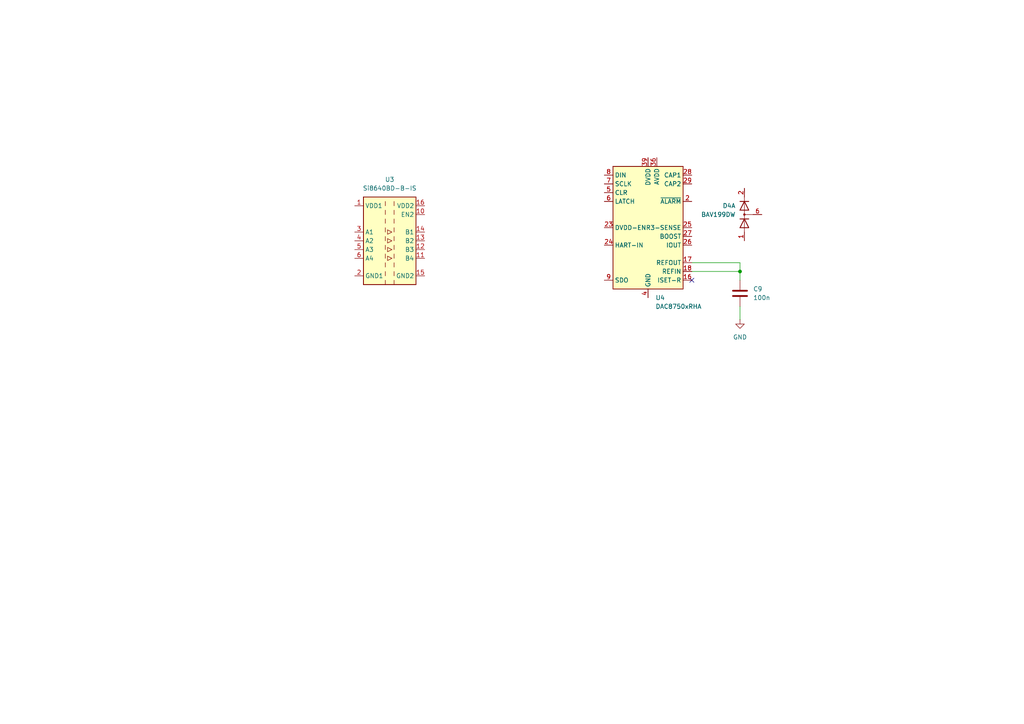
<source format=kicad_sch>
(kicad_sch (version 20250114) (generator "eeschema") (generator_version "9.0")
  (paper "A4")
  (lib_symbols
    (symbol "Analog_DAC:DAC8750xRHA"
      (property "Reference" "U" (at -8.89 19.05 0))
      (property "Value" "DAC8750xRHA" (at 3.81 19.05 0))
      (symbol "DAC8750xRHA_1_1"
        (rectangle (start -10.16 17.78) (end 10.16 -17.78) (stroke (width 0.254)) (fill (type background)))
        (pin input line (at -12.7 15.24 0) (length 2.54) (name "DIN") (number "8"))
        (pin input line (at -12.7 12.7 0) (length 2.54) (name "SCLK") (number "7"))
        (pin input line (at -12.7 10.16 0) (length 2.54) (name "CLR") (number "5"))
        (pin input line (at -12.7 7.62 0) (length 2.54) (name "LATCH") (number "6"))
        (pin input line (at -12.7 0 0) (length 2.54) (name "DVDD-EN") (number "23"))
        (pin input line (at -12.7 -5.08 0) (length 2.54) (name "HART-IN") (number "24"))
        (pin output line (at -12.7 -15.24 0) (length 2.54) (name "SDO") (number "9"))
        (pin no_connect line (at -10.16 2.54 0) (length 2.54) (hide yes) (name "NC") (number "21"))
        (pin no_connect line (at -10.16 -2.54 0) (length 2.54) (hide yes) (name "NC") (number "1"))
        (pin no_connect line (at -10.16 -7.62 0) (length 2.54) (hide yes) (name "NC") (number "40"))
        (pin no_connect line (at -10.16 -10.16 0) (length 2.54) (hide yes) (name "NC") (number "38"))
        (pin no_connect line (at -10.16 -12.7 0) (length 2.54) (hide yes) (name "NC") (number "10"))
        (pin no_connect line (at -5.08 17.78 270) (length 2.54) (hide yes) (name "NC") (number "11"))
        (pin no_connect line (at -5.08 -17.78 90) (length 2.54) (hide yes) (name "NC") (number "30"))
        (pin no_connect line (at -2.54 17.78 270) (length 2.54) (hide yes) (name "NC") (number "22"))
        (pin no_connect line (at -2.54 -17.78 90) (length 2.54) (hide yes) (name "NC") (number "31"))
        (pin power_in line (at 0 20.32 270) (length 2.54) (name "DVDD") (number "39"))
        (pin passive line (at 0 -20.32 90) (length 2.54) (hide yes) (name "GND") (number "12"))
        (pin passive line (at 0 -20.32 90) (length 2.54) (hide yes) (name "GND") (number "13"))
        (pin passive line (at 0 -20.32 90) (length 2.54) (hide yes) (name "GND") (number "14"))
        (pin passive line (at 0 -20.32 90) (length 2.54) (hide yes) (name "GND") (number "15"))
        (pin passive line (at 0 -20.32 90) (length 2.54) (hide yes) (name "GND") (number "3"))
        (pin passive line (at 0 -20.32 90) (length 2.54) (hide yes) (name "GND") (number "37"))
        (pin power_in line (at 0 -20.32 90) (length 2.54) (name "GND") (number "4"))
        (pin passive line (at 0 -20.32 90) (length 2.54) (hide yes) (name "GND") (number "41"))
        (pin power_in line (at 2.54 20.32 270) (length 2.54) (name "AVDD") (number "36"))
        (pin no_connect line (at 2.54 -17.78 90) (length 2.54) (hide yes) (name "NC") (number "32"))
        (pin no_connect line (at 5.08 -17.78 90) (length 2.54) (hide yes) (name "NC") (number "33"))
        (pin no_connect line (at 10.16 10.16 180) (length 2.54) (hide yes) (name "NC") (number "20"))
        (pin no_connect line (at 10.16 5.08 180) (length 2.54) (hide yes) (name "NC") (number "35"))
        (pin no_connect line (at 10.16 2.54 180) (length 2.54) (hide yes) (name "NC") (number "34"))
        (pin no_connect line (at 10.16 -7.62 180) (length 2.54) (hide yes) (name "NC") (number "19"))
        (pin passive line (at 12.7 15.24 180) (length 2.54) (name "CAP1") (number "28"))
        (pin passive line (at 12.7 12.7 180) (length 2.54) (name "CAP2") (number "29"))
        (pin open_collector line (at 12.7 7.62 180) (length 2.54) (name "~{ALARM}") (number "2"))
        (pin output line (at 12.7 0 180) (length 2.54) (name "R3-SENSE") (number "25"))
        (pin output line (at 12.7 -2.54 180) (length 2.54) (name "BOOST") (number "27"))
        (pin output line (at 12.7 -5.08 180) (length 2.54) (name "IOUT") (number "26"))
        (pin output line (at 12.7 -10.16 180) (length 2.54) (name "REFOUT") (number "17"))
        (pin input line (at 12.7 -12.7 180) (length 2.54) (name "REFIN") (number "18"))
        (pin passive line (at 12.7 -15.24 180) (length 2.54) (name "ISET-R") (number "16"))
      )
    )
    (symbol "Device:C" (pin_numbers (hide yes)) (pin_names (offset 0.254))
      (property "Reference" "C" (at 0.635 2.54 0))
      (property "Value" "C" (at 0.635 -2.54 0))
      (symbol "C_0_1"
        (polyline (pts (xy -2.032 0.762) (xy 2.032 0.762)) (stroke (width 0.508)))
        (polyline (pts (xy -2.032 -0.762) (xy 2.032 -0.762)) (stroke (width 0.508)))
      )
      (symbol "C_1_1"
        (pin passive line (at 0 3.81 270) (length 2.794) (name "~") (number "1"))
        (pin passive line (at 0 -3.81 90) (length 2.794) (name "~") (number "2"))
      )
    )
    (symbol "Diode:BAV199DW" (pin_names (offset 0.0254) (hide yes))
      (property "Reference" "D" (at 0 2.54 0))
      (property "Value" "BAV199DW" (at 0 5.08 0))
      (symbol "BAV199DW_0_1"
        (polyline (pts (xy -5.08 0) (xy 5.08 0)))
        (polyline (pts (xy -3.81 1.27) (xy -1.27 0) (xy -3.81 -1.27) (xy -3.81 1.27) (xy -3.81 1.27) (xy -3.81 1.27)) (stroke (width 0.254)))
        (polyline (pts (xy -1.27 -1.27) (xy -1.27 1.27) (xy -1.27 1.27)) (stroke (width 0.254)))
        (polyline (pts (xy 0 0) (xy 0 -2.54)))
        (circle (center 0 0) (radius 0.254) (fill (type outline)))
        (polyline (pts (xy 1.27 1.27) (xy 3.81 0) (xy 1.27 -1.27) (xy 1.27 1.27) (xy 1.27 1.27) (xy 1.27 1.27)) (stroke (width 0.254)))
        (polyline (pts (xy 3.81 1.27) (xy 3.81 -1.27) (xy 3.81 -1.27)) (stroke (width 0.254)))
      )
      (symbol "BAV199DW_1_1"
        (polyline (pts (xy 6.35 0) (xy 7.62 0)))
        (pin passive line (at -7.62 0 0) (length 2.54) (name "A1") (number "1"))
        (pin passive line (at 0 -5.08 90) (length 2.54) (name "K3A4") (number "6"))
        (pin passive line (at 7.62 0 180) (length 2.54) (name "K2") (number "2"))
      )
      (symbol "BAV199DW_2_1"
        (polyline (pts (xy 6.35 0) (xy 7.62 0)))
        (pin passive line (at -7.62 0 0) (length 2.54) (name "A3") (number "4"))
        (pin passive line (at 0 -5.08 90) (length 2.54) (name "K1A2") (number "3"))
        (pin passive line (at 7.62 0 180) (length 2.54) (name "K4") (number "5"))
      )
    )
    (symbol "Isolator:Si8640BD-B-IS"
      (property "Reference" "U" (at 0 15.875 0))
      (property "Value" "Si8640BD-B-IS" (at 0 13.97 0))
      (symbol "Si8640BD-B-IS_0_1"
        (rectangle (start -7.62 12.7) (end 7.62 -12.7) (stroke (width 0.254)) (fill (type background)))
        (polyline (pts (xy -1.27 11.43) (xy -1.27 10.16)))
        (polyline (pts (xy -1.27 8.89) (xy -1.27 7.62)))
        (polyline (pts (xy -1.27 6.35) (xy -1.27 5.08)))
        (polyline (pts (xy -1.27 3.81) (xy -1.27 2.54)))
        (polyline (pts (xy -1.27 1.27) (xy -1.27 0)))
        (polyline (pts (xy -1.27 -1.27) (xy -1.27 -2.54)))
        (polyline (pts (xy -1.27 -3.81) (xy -1.27 -5.08)))
        (polyline (pts (xy -1.27 -6.35) (xy -1.27 -7.62)))
        (polyline (pts (xy -1.27 -8.89) (xy -1.27 -10.16)))
        (polyline (pts (xy -1.27 -11.43) (xy -1.27 -12.7)))
        (polyline (pts (xy -0.635 3.175) (xy -0.635 1.905) (xy 0.635 2.54) (xy -0.635 3.175)))
        (polyline (pts (xy -0.635 0.635) (xy -0.635 -0.635) (xy 0.635 0) (xy -0.635 0.635)))
        (polyline (pts (xy 0.635 -2.54) (xy -0.635 -1.905) (xy -0.635 -3.175) (xy 0.635 -2.54)))
        (polyline (pts (xy 0.635 -5.08) (xy -0.635 -4.445) (xy -0.635 -5.715) (xy 0.635 -5.08)))
        (polyline (pts (xy 1.27 11.43) (xy 1.27 10.16)))
        (polyline (pts (xy 1.27 8.89) (xy 1.27 7.62)))
        (polyline (pts (xy 1.27 6.35) (xy 1.27 5.08)))
        (polyline (pts (xy 1.27 3.81) (xy 1.27 2.54)))
        (polyline (pts (xy 1.27 1.27) (xy 1.27 0)))
        (polyline (pts (xy 1.27 -1.27) (xy 1.27 -2.54)))
        (polyline (pts (xy 1.27 -3.81) (xy 1.27 -5.08)))
        (polyline (pts (xy 1.27 -6.35) (xy 1.27 -7.62)))
        (polyline (pts (xy 1.27 -8.89) (xy 1.27 -10.16)))
        (polyline (pts (xy 1.27 -11.43) (xy 1.27 -12.7)))
      )
      (symbol "Si8640BD-B-IS_1_1"
        (pin power_in line (at -10.16 10.16 0) (length 2.54) (name "VDD1") (number "1"))
        (pin input line (at -10.16 2.54 0) (length 2.54) (name "A1") (number "3"))
        (pin input line (at -10.16 0 0) (length 2.54) (name "A2") (number "4"))
        (pin input line (at -10.16 -2.54 0) (length 2.54) (name "A3") (number "5"))
        (pin input line (at -10.16 -5.08 0) (length 2.54) (name "A4") (number "6"))
        (pin power_in line (at -10.16 -10.16 0) (length 2.54) (name "GND1") (number "2"))
        (pin passive line (at -10.16 -10.16 0) (length 2.54) (hide yes) (name "GND1") (number "8"))
        (pin no_connect line (at -7.62 7.62 0) (length 2.54) (hide yes) (name "NC") (number "7"))
        (pin power_in line (at 10.16 10.16 180) (length 2.54) (name "VDD2") (number "16"))
        (pin input line (at 10.16 7.62 180) (length 2.54) (name "EN2") (number "10"))
        (pin output line (at 10.16 2.54 180) (length 2.54) (name "B1") (number "14"))
        (pin output line (at 10.16 0 180) (length 2.54) (name "B2") (number "13"))
        (pin output line (at 10.16 -2.54 180) (length 2.54) (name "B3") (number "12"))
        (pin output line (at 10.16 -5.08 180) (length 2.54) (name "B4") (number "11"))
        (pin power_in line (at 10.16 -10.16 180) (length 2.54) (name "GND2") (number "15"))
        (pin passive line (at 10.16 -10.16 180) (length 2.54) (hide yes) (name "GND2") (number "9"))
      )
    )
    (symbol "power:GND" (power) (pin_numbers (hide yes)) (pin_names (offset 0) (hide yes))
      (property "Value" "GND" (at 0 -3.81 0))
      (symbol "GND_0_1"
        (polyline (pts (xy 0 0) (xy 0 -1.27) (xy 1.27 -1.27) (xy 0 -2.54) (xy -1.27 -1.27) (xy 0 -1.27)))
      )
      (symbol "GND_1_1"
        (pin power_in line (at 0 0 270) (length 0) (name "~") (number "1"))
      )
    )
  )
  (junction (at 214.63 78.74))
  (no_connect (at 200.66 81.28))
  (wire (pts (xy 214.63 78.74) (xy 214.63 81.28)))
  (wire (pts (xy 200.66 78.74) (xy 214.63 78.74)))
  (wire (pts (xy 214.63 76.2) (xy 214.63 78.74)))
  (wire (pts (xy 214.63 88.9) (xy 214.63 92.71)))
  (wire (pts (xy 200.66 76.2) (xy 214.63 76.2)))
  (symbol (lib_id "Diode:BAV199DW") (at 215.9 62.23 90) (unit 1)
    (property "Reference" "D4" (at 213.36 59.6899 90) (effects (justify left)))
    (property "Value" "BAV199DW" (at 213.36 62.2299 90) (effects (justify left)))
    (property "Footprint" "Package_TO_SOT_SMD:SOT-363_SC-70-6" (effects (hide yes)))
    (property "Datasheet" "https://www.diodes.com/assets/Datasheets/ds30417.pdf" (effects (hide yes)))
    (property "Description" "Quad Surface Mount Low Leakage Diode, SOT-363" (effects (hide yes)))
  )
  (symbol (lib_id "Analog_DAC:DAC8750xRHA") (at 187.96 66.04 0) (unit 1)
    (property "Reference" "U4" (at 190.1033 86.36 0) (effects (justify left)))
    (property "Value" "DAC8750xRHA" (at 190.1033 88.9 0) (effects (justify left)))
    (property "Footprint" "Package_DFN_QFN:Texas_RHA_VQFN-40-1EP_6x6mm_P0.5mm_EP4.6x4.6mm_ThermalVias" (effects (hide yes)))
    (property "Datasheet" "http://www.ti.com/lit/ds/symlink/dac7750.pdf" (effects (hide yes)))
    (property "Description" "Single-Channel, 16bit Programmable Current Output DAC for 4-mA to 20-mA Current Loop Applications, VQFN-40" (effects (hide yes)))
  )
  (symbol (lib_id "Isolator:Si8640BD-B-IS") (at 113.03 69.85 0) (unit 1)
    (property "Reference" "U3" (at 113.03 52.07 0))
    (property "Value" "Si8640BD-B-IS" (at 113.03 54.61 0))
    (property "Footprint" "Package_SO:SOIC-16W_7.5x10.3mm_P1.27mm" (effects (hide yes)))
    (property "Datasheet" "https://www.silabs.com/documents/public/data-sheets/si864x-datasheet.pdf" (effects (hide yes)))
    (property "Description" "Low-Power Quad-Channel Digital Isolator, 150Mbps, 2.5-5.5V, 5.0kV isolation, Fail-Safe Low, SOIC-16W" (effects (hide yes)))
  )
  (symbol (lib_id "Device:C") (at 214.63 85.09 0) (unit 1)
    (property "Reference" "C9" (at 218.44 83.8199 0) (effects (justify left)))
    (property "Value" "100n" (at 218.44 86.3599 0) (effects (justify left)))
    (property "Description" "Unpolarized capacitor" (effects (hide yes)))
  )
  (symbol (lib_id "power:GND") (at 214.63 92.71 0) (unit 1)
    (property "Reference" "#PWR07" (effects (hide yes)))
    (property "Value" "GND" (at 214.63 97.79 0))
    (property "Description" "Power symbol creates a global label with name \"GND\" , ground" (effects (hide yes)))
  )
)
</source>
